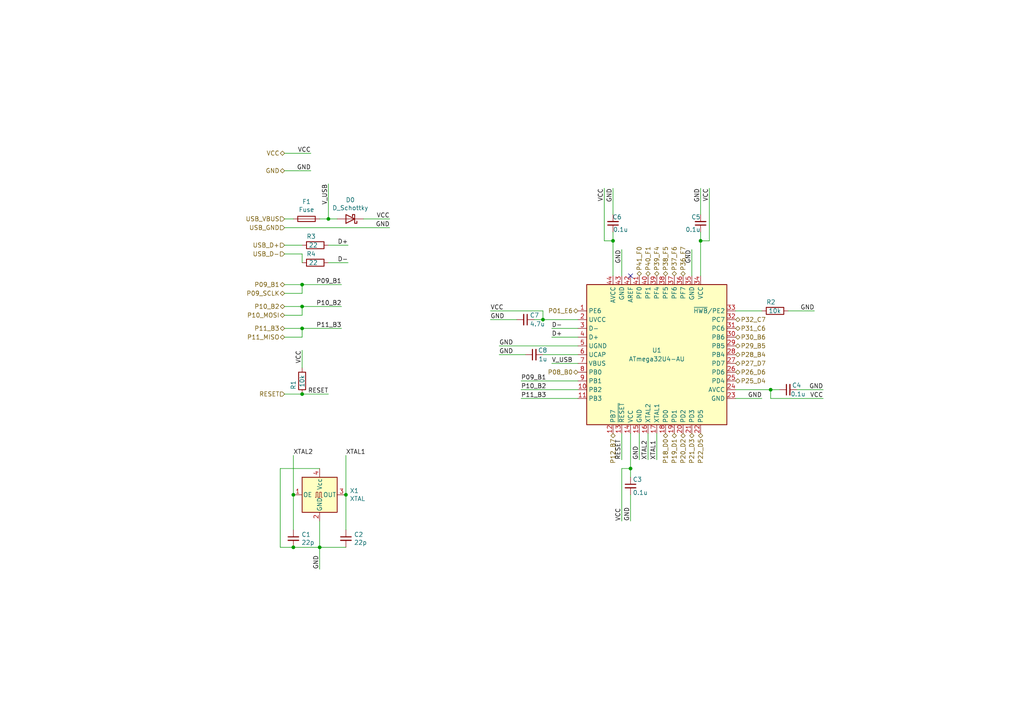
<source format=kicad_sch>
(kicad_sch (version 20211123) (generator eeschema)

  (uuid 2f424da3-8fae-4941-bc6d-20044787372f)

  (paper "A4")

  (title_block
    (title "YUIOP60HH/Controller")
    (date "2021-04-22")
    (rev "4")
    (company "KaoriYa")
  )

  (lib_symbols
    (symbol "Device:C_Small" (pin_numbers hide) (pin_names (offset 0.254) hide) (in_bom yes) (on_board yes)
      (property "Reference" "C" (id 0) (at 0.254 1.778 0)
        (effects (font (size 1.27 1.27)) (justify left))
      )
      (property "Value" "C_Small" (id 1) (at 0.254 -2.032 0)
        (effects (font (size 1.27 1.27)) (justify left))
      )
      (property "Footprint" "" (id 2) (at 0 0 0)
        (effects (font (size 1.27 1.27)) hide)
      )
      (property "Datasheet" "~" (id 3) (at 0 0 0)
        (effects (font (size 1.27 1.27)) hide)
      )
      (property "ki_keywords" "capacitor cap" (id 4) (at 0 0 0)
        (effects (font (size 1.27 1.27)) hide)
      )
      (property "ki_description" "Unpolarized capacitor, small symbol" (id 5) (at 0 0 0)
        (effects (font (size 1.27 1.27)) hide)
      )
      (property "ki_fp_filters" "C_*" (id 6) (at 0 0 0)
        (effects (font (size 1.27 1.27)) hide)
      )
      (symbol "C_Small_0_1"
        (polyline
          (pts
            (xy -1.524 -0.508)
            (xy 1.524 -0.508)
          )
          (stroke (width 0.3302) (type default) (color 0 0 0 0))
          (fill (type none))
        )
        (polyline
          (pts
            (xy -1.524 0.508)
            (xy 1.524 0.508)
          )
          (stroke (width 0.3048) (type default) (color 0 0 0 0))
          (fill (type none))
        )
      )
      (symbol "C_Small_1_1"
        (pin passive line (at 0 2.54 270) (length 2.032)
          (name "~" (effects (font (size 1.27 1.27))))
          (number "1" (effects (font (size 1.27 1.27))))
        )
        (pin passive line (at 0 -2.54 90) (length 2.032)
          (name "~" (effects (font (size 1.27 1.27))))
          (number "2" (effects (font (size 1.27 1.27))))
        )
      )
    )
    (symbol "Device:D_Schottky" (pin_numbers hide) (pin_names (offset 1.016) hide) (in_bom yes) (on_board yes)
      (property "Reference" "D" (id 0) (at 0 2.54 0)
        (effects (font (size 1.27 1.27)))
      )
      (property "Value" "D_Schottky" (id 1) (at 0 -2.54 0)
        (effects (font (size 1.27 1.27)))
      )
      (property "Footprint" "" (id 2) (at 0 0 0)
        (effects (font (size 1.27 1.27)) hide)
      )
      (property "Datasheet" "~" (id 3) (at 0 0 0)
        (effects (font (size 1.27 1.27)) hide)
      )
      (property "ki_keywords" "diode Schottky" (id 4) (at 0 0 0)
        (effects (font (size 1.27 1.27)) hide)
      )
      (property "ki_description" "Schottky diode" (id 5) (at 0 0 0)
        (effects (font (size 1.27 1.27)) hide)
      )
      (property "ki_fp_filters" "TO-???* *_Diode_* *SingleDiode* D_*" (id 6) (at 0 0 0)
        (effects (font (size 1.27 1.27)) hide)
      )
      (symbol "D_Schottky_0_1"
        (polyline
          (pts
            (xy 1.27 0)
            (xy -1.27 0)
          )
          (stroke (width 0) (type default) (color 0 0 0 0))
          (fill (type none))
        )
        (polyline
          (pts
            (xy 1.27 1.27)
            (xy 1.27 -1.27)
            (xy -1.27 0)
            (xy 1.27 1.27)
          )
          (stroke (width 0.254) (type default) (color 0 0 0 0))
          (fill (type none))
        )
        (polyline
          (pts
            (xy -1.905 0.635)
            (xy -1.905 1.27)
            (xy -1.27 1.27)
            (xy -1.27 -1.27)
            (xy -0.635 -1.27)
            (xy -0.635 -0.635)
          )
          (stroke (width 0.254) (type default) (color 0 0 0 0))
          (fill (type none))
        )
      )
      (symbol "D_Schottky_1_1"
        (pin passive line (at -3.81 0 0) (length 2.54)
          (name "K" (effects (font (size 1.27 1.27))))
          (number "1" (effects (font (size 1.27 1.27))))
        )
        (pin passive line (at 3.81 0 180) (length 2.54)
          (name "A" (effects (font (size 1.27 1.27))))
          (number "2" (effects (font (size 1.27 1.27))))
        )
      )
    )
    (symbol "Device:Fuse" (pin_numbers hide) (pin_names (offset 0)) (in_bom yes) (on_board yes)
      (property "Reference" "F" (id 0) (at 2.032 0 90)
        (effects (font (size 1.27 1.27)))
      )
      (property "Value" "Fuse" (id 1) (at -1.905 0 90)
        (effects (font (size 1.27 1.27)))
      )
      (property "Footprint" "" (id 2) (at -1.778 0 90)
        (effects (font (size 1.27 1.27)) hide)
      )
      (property "Datasheet" "~" (id 3) (at 0 0 0)
        (effects (font (size 1.27 1.27)) hide)
      )
      (property "ki_keywords" "fuse" (id 4) (at 0 0 0)
        (effects (font (size 1.27 1.27)) hide)
      )
      (property "ki_description" "Fuse" (id 5) (at 0 0 0)
        (effects (font (size 1.27 1.27)) hide)
      )
      (property "ki_fp_filters" "*Fuse*" (id 6) (at 0 0 0)
        (effects (font (size 1.27 1.27)) hide)
      )
      (symbol "Fuse_0_1"
        (rectangle (start -0.762 -2.54) (end 0.762 2.54)
          (stroke (width 0.254) (type default) (color 0 0 0 0))
          (fill (type none))
        )
        (polyline
          (pts
            (xy 0 2.54)
            (xy 0 -2.54)
          )
          (stroke (width 0) (type default) (color 0 0 0 0))
          (fill (type none))
        )
      )
      (symbol "Fuse_1_1"
        (pin passive line (at 0 3.81 270) (length 1.27)
          (name "~" (effects (font (size 1.27 1.27))))
          (number "1" (effects (font (size 1.27 1.27))))
        )
        (pin passive line (at 0 -3.81 90) (length 1.27)
          (name "~" (effects (font (size 1.27 1.27))))
          (number "2" (effects (font (size 1.27 1.27))))
        )
      )
    )
    (symbol "Device:R" (pin_numbers hide) (pin_names (offset 0)) (in_bom yes) (on_board yes)
      (property "Reference" "R" (id 0) (at 2.032 0 90)
        (effects (font (size 1.27 1.27)))
      )
      (property "Value" "R" (id 1) (at 0 0 90)
        (effects (font (size 1.27 1.27)))
      )
      (property "Footprint" "" (id 2) (at -1.778 0 90)
        (effects (font (size 1.27 1.27)) hide)
      )
      (property "Datasheet" "~" (id 3) (at 0 0 0)
        (effects (font (size 1.27 1.27)) hide)
      )
      (property "ki_keywords" "R res resistor" (id 4) (at 0 0 0)
        (effects (font (size 1.27 1.27)) hide)
      )
      (property "ki_description" "Resistor" (id 5) (at 0 0 0)
        (effects (font (size 1.27 1.27)) hide)
      )
      (property "ki_fp_filters" "R_*" (id 6) (at 0 0 0)
        (effects (font (size 1.27 1.27)) hide)
      )
      (symbol "R_0_1"
        (rectangle (start -1.016 -2.54) (end 1.016 2.54)
          (stroke (width 0.254) (type default) (color 0 0 0 0))
          (fill (type none))
        )
      )
      (symbol "R_1_1"
        (pin passive line (at 0 3.81 270) (length 1.27)
          (name "~" (effects (font (size 1.27 1.27))))
          (number "1" (effects (font (size 1.27 1.27))))
        )
        (pin passive line (at 0 -3.81 90) (length 1.27)
          (name "~" (effects (font (size 1.27 1.27))))
          (number "2" (effects (font (size 1.27 1.27))))
        )
      )
    )
    (symbol "Oscillator:SG-8002CE" (pin_names (offset 0.254)) (in_bom yes) (on_board yes)
      (property "Reference" "X" (id 0) (at -5.08 6.35 0)
        (effects (font (size 1.27 1.27)) (justify left))
      )
      (property "Value" "SG-8002CE" (id 1) (at 1.27 -6.35 0)
        (effects (font (size 1.27 1.27)) (justify left))
      )
      (property "Footprint" "Oscillator:Oscillator_SMD_SeikoEpson_SG8002CE-4Pin_3.2x2.5mm" (id 2) (at 17.78 -8.89 0)
        (effects (font (size 1.27 1.27)) hide)
      )
      (property "Datasheet" "https://support.epson.biz/td/api/doc_check.php?mode=dl&lang=en&Parts=SG-8002DC" (id 3) (at -2.54 0 0)
        (effects (font (size 1.27 1.27)) hide)
      )
      (property "ki_keywords" "Crystal Clock Oscillator" (id 4) (at 0 0 0)
        (effects (font (size 1.27 1.27)) hide)
      )
      (property "ki_description" "CMOS Clock Oscillator" (id 5) (at 0 0 0)
        (effects (font (size 1.27 1.27)) hide)
      )
      (property "ki_fp_filters" "Oscillator*SMD*SeikoEpson*SG8002CE*3.2x2.5mm*" (id 6) (at 0 0 0)
        (effects (font (size 1.27 1.27)) hide)
      )
      (symbol "SG-8002CE_0_1"
        (rectangle (start -5.08 5.08) (end 5.08 -5.08)
          (stroke (width 0.254) (type default) (color 0 0 0 0))
          (fill (type background))
        )
        (polyline
          (pts
            (xy -1.27 -0.762)
            (xy -1.016 -0.762)
            (xy -1.016 0.762)
            (xy -0.508 0.762)
            (xy -0.508 -0.762)
            (xy 0 -0.762)
            (xy 0 0.762)
            (xy 0.508 0.762)
            (xy 0.508 -0.762)
            (xy 0.762 -0.762)
          )
          (stroke (width 0) (type default) (color 0 0 0 0))
          (fill (type none))
        )
      )
      (symbol "SG-8002CE_1_1"
        (pin input line (at -7.62 0 0) (length 2.54)
          (name "OE" (effects (font (size 1.27 1.27))))
          (number "1" (effects (font (size 1.27 1.27))))
        )
        (pin power_in line (at 0 -7.62 90) (length 2.54)
          (name "GND" (effects (font (size 1.27 1.27))))
          (number "2" (effects (font (size 1.27 1.27))))
        )
        (pin output line (at 7.62 0 180) (length 2.54)
          (name "OUT" (effects (font (size 1.27 1.27))))
          (number "3" (effects (font (size 1.27 1.27))))
        )
        (pin power_in line (at 0 7.62 270) (length 2.54)
          (name "Vcc" (effects (font (size 1.27 1.27))))
          (number "4" (effects (font (size 1.27 1.27))))
        )
      )
    )
    (symbol "yuiop:ATmega32U4-AU" (in_bom yes) (on_board yes)
      (property "Reference" "U?" (id 0) (at 0 2.54 0)
        (effects (font (size 1.27 1.27)) (justify bottom))
      )
      (property "Value" "ATmega32U4-AU" (id 1) (at 0 -2.54 0)
        (effects (font (size 1.27 1.27)) (justify top))
      )
      (property "Footprint" "Package_QFP:TQFP-44_10x10mm_P0.8mm" (id 2) (at 0 0 0)
        (effects (font (size 1.27 1.27) italic) hide)
      )
      (property "Datasheet" "http://ww1.microchip.com/downloads/en/DeviceDoc/Atmel-7766-8-bit-AVR-ATmega16U4-32U4_Datasheet.pdf" (id 3) (at 0 0 0)
        (effects (font (size 1.27 1.27)) hide)
      )
      (property "ki_keywords" "AVR 8bit Microcontroller MegaAVR USB" (id 4) (at 0 0 0)
        (effects (font (size 1.27 1.27)) hide)
      )
      (property "ki_description" "16MHz, 16kB Flash, 1.25kB SRAM, 512B EEPROM, USB 2.0, TQFP-44" (id 5) (at 0 0 0)
        (effects (font (size 1.27 1.27)) hide)
      )
      (property "ki_fp_filters" "TQFP*10x10mm*P0.8mm*" (id 6) (at 0 0 0)
        (effects (font (size 1.27 1.27)) hide)
      )
      (symbol "ATmega32U4-AU_0_1"
        (rectangle (start -20.32 -20.32) (end 20.32 20.32)
          (stroke (width 0.254) (type default) (color 0 0 0 0))
          (fill (type background))
        )
      )
      (symbol "ATmega32U4-AU_1_1"
        (pin bidirectional line (at -22.86 12.7 0) (length 2.54)
          (name "PE6" (effects (font (size 1.27 1.27))))
          (number "1" (effects (font (size 1.27 1.27))))
        )
        (pin bidirectional line (at -22.86 -10.16 0) (length 2.54)
          (name "PB2" (effects (font (size 1.27 1.27))))
          (number "10" (effects (font (size 1.27 1.27))))
        )
        (pin bidirectional line (at -22.86 -12.7 0) (length 2.54)
          (name "PB3" (effects (font (size 1.27 1.27))))
          (number "11" (effects (font (size 1.27 1.27))))
        )
        (pin bidirectional line (at -12.7 -22.86 90) (length 2.54)
          (name "PB7" (effects (font (size 1.27 1.27))))
          (number "12" (effects (font (size 1.27 1.27))))
        )
        (pin input line (at -10.16 -22.86 90) (length 2.54)
          (name "~{RESET}" (effects (font (size 1.27 1.27))))
          (number "13" (effects (font (size 1.27 1.27))))
        )
        (pin power_in line (at -7.62 -22.86 90) (length 2.54)
          (name "VCC" (effects (font (size 1.27 1.27))))
          (number "14" (effects (font (size 1.27 1.27))))
        )
        (pin power_in line (at -5.08 -22.86 90) (length 2.54)
          (name "GND" (effects (font (size 1.27 1.27))))
          (number "15" (effects (font (size 1.27 1.27))))
        )
        (pin output line (at -2.54 -22.86 90) (length 2.54)
          (name "XTAL2" (effects (font (size 1.27 1.27))))
          (number "16" (effects (font (size 1.27 1.27))))
        )
        (pin input line (at 0 -22.86 90) (length 2.54)
          (name "XTAL1" (effects (font (size 1.27 1.27))))
          (number "17" (effects (font (size 1.27 1.27))))
        )
        (pin bidirectional line (at 2.54 -22.86 90) (length 2.54)
          (name "PD0" (effects (font (size 1.27 1.27))))
          (number "18" (effects (font (size 1.27 1.27))))
        )
        (pin bidirectional line (at 5.08 -22.86 90) (length 2.54)
          (name "PD1" (effects (font (size 1.27 1.27))))
          (number "19" (effects (font (size 1.27 1.27))))
        )
        (pin power_in line (at -22.86 10.16 0) (length 2.54)
          (name "UVCC" (effects (font (size 1.27 1.27))))
          (number "2" (effects (font (size 1.27 1.27))))
        )
        (pin bidirectional line (at 7.62 -22.86 90) (length 2.54)
          (name "PD2" (effects (font (size 1.27 1.27))))
          (number "20" (effects (font (size 1.27 1.27))))
        )
        (pin bidirectional line (at 10.16 -22.86 90) (length 2.54)
          (name "PD3" (effects (font (size 1.27 1.27))))
          (number "21" (effects (font (size 1.27 1.27))))
        )
        (pin bidirectional line (at 12.7 -22.86 90) (length 2.54)
          (name "PD5" (effects (font (size 1.27 1.27))))
          (number "22" (effects (font (size 1.27 1.27))))
        )
        (pin power_in line (at 22.86 -12.7 180) (length 2.54)
          (name "GND" (effects (font (size 1.27 1.27))))
          (number "23" (effects (font (size 1.27 1.27))))
        )
        (pin power_in line (at 22.86 -10.16 180) (length 2.54)
          (name "AVCC" (effects (font (size 1.27 1.27))))
          (number "24" (effects (font (size 1.27 1.27))))
        )
        (pin bidirectional line (at 22.86 -7.62 180) (length 2.54)
          (name "PD4" (effects (font (size 1.27 1.27))))
          (number "25" (effects (font (size 1.27 1.27))))
        )
        (pin bidirectional line (at 22.86 -5.08 180) (length 2.54)
          (name "PD6" (effects (font (size 1.27 1.27))))
          (number "26" (effects (font (size 1.27 1.27))))
        )
        (pin bidirectional line (at 22.86 -2.54 180) (length 2.54)
          (name "PD7" (effects (font (size 1.27 1.27))))
          (number "27" (effects (font (size 1.27 1.27))))
        )
        (pin bidirectional line (at 22.86 0 180) (length 2.54)
          (name "PB4" (effects (font (size 1.27 1.27))))
          (number "28" (effects (font (size 1.27 1.27))))
        )
        (pin bidirectional line (at 22.86 2.54 180) (length 2.54)
          (name "PB5" (effects (font (size 1.27 1.27))))
          (number "29" (effects (font (size 1.27 1.27))))
        )
        (pin bidirectional line (at -22.86 7.62 0) (length 2.54)
          (name "D-" (effects (font (size 1.27 1.27))))
          (number "3" (effects (font (size 1.27 1.27))))
        )
        (pin bidirectional line (at 22.86 5.08 180) (length 2.54)
          (name "PB6" (effects (font (size 1.27 1.27))))
          (number "30" (effects (font (size 1.27 1.27))))
        )
        (pin bidirectional line (at 22.86 7.62 180) (length 2.54)
          (name "PC6" (effects (font (size 1.27 1.27))))
          (number "31" (effects (font (size 1.27 1.27))))
        )
        (pin bidirectional line (at 22.86 10.16 180) (length 2.54)
          (name "PC7" (effects (font (size 1.27 1.27))))
          (number "32" (effects (font (size 1.27 1.27))))
        )
        (pin bidirectional line (at 22.86 12.7 180) (length 2.54)
          (name "~{HWB}/PE2" (effects (font (size 1.27 1.27))))
          (number "33" (effects (font (size 1.27 1.27))))
        )
        (pin power_in line (at 12.7 22.86 270) (length 2.54)
          (name "VCC" (effects (font (size 1.27 1.27))))
          (number "34" (effects (font (size 1.27 1.27))))
        )
        (pin power_in line (at 10.16 22.86 270) (length 2.54)
          (name "GND" (effects (font (size 1.27 1.27))))
          (number "35" (effects (font (size 1.27 1.27))))
        )
        (pin bidirectional line (at 7.62 22.86 270) (length 2.54)
          (name "PF7" (effects (font (size 1.27 1.27))))
          (number "36" (effects (font (size 1.27 1.27))))
        )
        (pin bidirectional line (at 5.08 22.86 270) (length 2.54)
          (name "PF6" (effects (font (size 1.27 1.27))))
          (number "37" (effects (font (size 1.27 1.27))))
        )
        (pin bidirectional line (at 2.54 22.86 270) (length 2.54)
          (name "PF5" (effects (font (size 1.27 1.27))))
          (number "38" (effects (font (size 1.27 1.27))))
        )
        (pin bidirectional line (at 0 22.86 270) (length 2.54)
          (name "PF4" (effects (font (size 1.27 1.27))))
          (number "39" (effects (font (size 1.27 1.27))))
        )
        (pin bidirectional line (at -22.86 5.08 0) (length 2.54)
          (name "D+" (effects (font (size 1.27 1.27))))
          (number "4" (effects (font (size 1.27 1.27))))
        )
        (pin bidirectional line (at -2.54 22.86 270) (length 2.54)
          (name "PF1" (effects (font (size 1.27 1.27))))
          (number "40" (effects (font (size 1.27 1.27))))
        )
        (pin bidirectional line (at -5.08 22.86 270) (length 2.54)
          (name "PF0" (effects (font (size 1.27 1.27))))
          (number "41" (effects (font (size 1.27 1.27))))
        )
        (pin passive line (at -7.62 22.86 270) (length 2.54)
          (name "AREF" (effects (font (size 1.27 1.27))))
          (number "42" (effects (font (size 1.27 1.27))))
        )
        (pin power_in line (at -10.16 22.86 270) (length 2.54)
          (name "GND" (effects (font (size 1.27 1.27))))
          (number "43" (effects (font (size 1.27 1.27))))
        )
        (pin power_in line (at -12.7 22.86 270) (length 2.54)
          (name "AVCC" (effects (font (size 1.27 1.27))))
          (number "44" (effects (font (size 1.27 1.27))))
        )
        (pin passive line (at -22.86 2.54 0) (length 2.54)
          (name "UGND" (effects (font (size 1.27 1.27))))
          (number "5" (effects (font (size 1.27 1.27))))
        )
        (pin passive line (at -22.86 0 0) (length 2.54)
          (name "UCAP" (effects (font (size 1.27 1.27))))
          (number "6" (effects (font (size 1.27 1.27))))
        )
        (pin input line (at -22.86 -2.54 0) (length 2.54)
          (name "VBUS" (effects (font (size 1.27 1.27))))
          (number "7" (effects (font (size 1.27 1.27))))
        )
        (pin bidirectional line (at -22.86 -5.08 0) (length 2.54)
          (name "PB0" (effects (font (size 1.27 1.27))))
          (number "8" (effects (font (size 1.27 1.27))))
        )
        (pin bidirectional line (at -22.86 -7.62 0) (length 2.54)
          (name "PB1" (effects (font (size 1.27 1.27))))
          (number "9" (effects (font (size 1.27 1.27))))
        )
      )
    )
  )

  (junction (at 87.63 114.3) (diameter 0) (color 0 0 0 0)
    (uuid 000b46d6-b833-4804-8f56-56d539f76d09)
  )
  (junction (at 203.2 69.85) (diameter 0) (color 0 0 0 0)
    (uuid 08ec951f-e7eb-41cf-9589-697107a98e88)
  )
  (junction (at 92.71 158.75) (diameter 0) (color 0 0 0 0)
    (uuid 17ff35b3-d658-499b-9a46-ea36063fed4e)
  )
  (junction (at 177.8 69.85) (diameter 0) (color 0 0 0 0)
    (uuid 1a22eb2d-f625-4371-a918-ff1b97dc8219)
  )
  (junction (at 85.09 158.75) (diameter 0) (color 0 0 0 0)
    (uuid 26bc8641-9bca-4204-9709-deedbe202a36)
  )
  (junction (at 182.88 135.89) (diameter 0) (color 0 0 0 0)
    (uuid 456c5e47-d71e-4708-b061-1e61634d8648)
  )
  (junction (at 95.25 63.5) (diameter 0) (color 0 0 0 0)
    (uuid 4bbde53d-6894-4e18-9480-84a6a26d5f6b)
  )
  (junction (at 223.52 113.03) (diameter 0) (color 0 0 0 0)
    (uuid 560d05a7-84e4-403a-80d1-f287a4032b8a)
  )
  (junction (at 100.33 143.51) (diameter 0) (color 0 0 0 0)
    (uuid 8aff0f38-92a8-45ec-b106-b185e93ca3fd)
  )
  (junction (at 87.63 95.25) (diameter 0) (color 0 0 0 0)
    (uuid 8b3ba7fc-20b6-43c4-a020-80151e1caecc)
  )
  (junction (at 157.48 92.71) (diameter 0) (color 0 0 0 0)
    (uuid a3fab380-991d-404b-95d5-1c209b047b6e)
  )
  (junction (at 87.63 82.55) (diameter 0) (color 0 0 0 0)
    (uuid b1ba92d5-0d41-4be9-b483-47d08dc1785d)
  )
  (junction (at 87.63 88.9) (diameter 0) (color 0 0 0 0)
    (uuid b8c8c7a1-d546-4878-9de9-463ec76dff98)
  )
  (junction (at 85.09 143.51) (diameter 0) (color 0 0 0 0)
    (uuid ef4533db-6ea4-4b68-b436-8e9575be570d)
  )

  (no_connect (at 182.88 80.01) (uuid d767f2ff-12ec-4778-96cb-3fdd7a473d60))

  (wire (pts (xy 177.8 69.85) (xy 175.26 69.85))
    (stroke (width 0) (type default) (color 0 0 0 0))
    (uuid 06665bf8-cef1-4e75-8d5b-1537b3c1b090)
  )
  (wire (pts (xy 205.74 54.61) (xy 205.74 69.85))
    (stroke (width 0) (type default) (color 0 0 0 0))
    (uuid 09bbea88-8bd7-48ec-baae-1b4a9a11a40e)
  )
  (wire (pts (xy 238.76 115.57) (xy 223.52 115.57))
    (stroke (width 0) (type default) (color 0 0 0 0))
    (uuid 0e32af77-726b-4e11-9f99-2e2484ba9e9b)
  )
  (wire (pts (xy 205.74 69.85) (xy 203.2 69.85))
    (stroke (width 0) (type default) (color 0 0 0 0))
    (uuid 0fb27e11-fde6-4a25-adbb-e9684771b369)
  )
  (wire (pts (xy 85.09 132.08) (xy 85.09 143.51))
    (stroke (width 0) (type default) (color 0 0 0 0))
    (uuid 1317ff66-8ecf-46c9-9612-8d2eae03c537)
  )
  (wire (pts (xy 223.52 115.57) (xy 223.52 113.03))
    (stroke (width 0) (type default) (color 0 0 0 0))
    (uuid 152cd84e-bbed-4df5-a866-d1ab977b0966)
  )
  (wire (pts (xy 182.88 135.89) (xy 182.88 138.43))
    (stroke (width 0) (type default) (color 0 0 0 0))
    (uuid 162e5bdd-61a8-46a3-8485-826b5d58e1a1)
  )
  (wire (pts (xy 151.13 113.03) (xy 167.64 113.03))
    (stroke (width 0) (type default) (color 0 0 0 0))
    (uuid 165f4d8d-26a9-4cf2-a8d6-9936cd983be4)
  )
  (wire (pts (xy 187.96 125.73) (xy 187.96 133.35))
    (stroke (width 0) (type default) (color 0 0 0 0))
    (uuid 1bf7d0f9-0dcf-4d7c-b58c-318e3dc42bc9)
  )
  (wire (pts (xy 213.36 115.57) (xy 220.98 115.57))
    (stroke (width 0) (type default) (color 0 0 0 0))
    (uuid 1de61170-5337-44c5-ba28-bd477db4bff1)
  )
  (wire (pts (xy 154.94 92.71) (xy 157.48 92.71))
    (stroke (width 0) (type default) (color 0 0 0 0))
    (uuid 2102c637-9f11-48f1-aae6-b4139dc22be2)
  )
  (wire (pts (xy 180.34 125.73) (xy 180.34 133.35))
    (stroke (width 0) (type default) (color 0 0 0 0))
    (uuid 247ebffd-2cb6-4379-ba6e-21861fea3913)
  )
  (wire (pts (xy 90.17 44.45) (xy 82.55 44.45))
    (stroke (width 0) (type default) (color 0 0 0 0))
    (uuid 25c663ff-96b6-4263-a06e-d1829409cf73)
  )
  (wire (pts (xy 157.48 90.17) (xy 157.48 92.71))
    (stroke (width 0) (type default) (color 0 0 0 0))
    (uuid 272c2a78-b5f5-4b61-aed3-ec69e0e92729)
  )
  (wire (pts (xy 82.55 73.66) (xy 87.63 73.66))
    (stroke (width 0) (type default) (color 0 0 0 0))
    (uuid 29126f72-63f7-4275-8b12-6b96a71c6f17)
  )
  (wire (pts (xy 223.52 113.03) (xy 226.06 113.03))
    (stroke (width 0) (type default) (color 0 0 0 0))
    (uuid 2a4111b7-8149-4814-9344-3b8119cd75e4)
  )
  (wire (pts (xy 182.88 125.73) (xy 182.88 135.89))
    (stroke (width 0) (type default) (color 0 0 0 0))
    (uuid 2b25e886-ded1-450a-ada1-ece4208052e4)
  )
  (wire (pts (xy 82.55 71.12) (xy 87.63 71.12))
    (stroke (width 0) (type default) (color 0 0 0 0))
    (uuid 2ea8fa6f-efc3-40fe-bcf9-05bfa46ead4f)
  )
  (wire (pts (xy 231.14 113.03) (xy 238.76 113.03))
    (stroke (width 0) (type default) (color 0 0 0 0))
    (uuid 2ee28fa9-d785-45a1-9a1b-1be02ad8cd0b)
  )
  (wire (pts (xy 203.2 69.85) (xy 203.2 67.31))
    (stroke (width 0) (type default) (color 0 0 0 0))
    (uuid 2eea20e6-112c-411a-b615-885ae773135a)
  )
  (wire (pts (xy 82.55 49.53) (xy 90.17 49.53))
    (stroke (width 0) (type default) (color 0 0 0 0))
    (uuid 34ce7009-187e-4541-a14e-708b3a2903d9)
  )
  (wire (pts (xy 200.66 80.01) (xy 200.66 72.39))
    (stroke (width 0) (type default) (color 0 0 0 0))
    (uuid 35fb7c56-dc85-43f7-b954-81b8040a8500)
  )
  (wire (pts (xy 100.33 158.75) (xy 92.71 158.75))
    (stroke (width 0) (type default) (color 0 0 0 0))
    (uuid 3993c707-5291-41b6-83c0-d1c09cb3833a)
  )
  (wire (pts (xy 105.41 63.5) (xy 113.03 63.5))
    (stroke (width 0) (type default) (color 0 0 0 0))
    (uuid 3bbbbb7d-391c-4fee-ac81-3c47878edc38)
  )
  (wire (pts (xy 142.24 90.17) (xy 157.48 90.17))
    (stroke (width 0) (type default) (color 0 0 0 0))
    (uuid 3f2a6679-91d7-4b6c-bf5c-c4d5abb2bc44)
  )
  (wire (pts (xy 203.2 80.01) (xy 203.2 69.85))
    (stroke (width 0) (type default) (color 0 0 0 0))
    (uuid 41c18011-40db-4384-9ba4-c0158d0d9d6a)
  )
  (wire (pts (xy 100.965 71.12) (xy 95.25 71.12))
    (stroke (width 0) (type default) (color 0 0 0 0))
    (uuid 4641c87c-bffa-41fe-ae77-be3a97a6f797)
  )
  (wire (pts (xy 87.63 101.6) (xy 87.63 106.68))
    (stroke (width 0) (type default) (color 0 0 0 0))
    (uuid 49b5f540-e128-4e08-bb09-f321f8e64056)
  )
  (wire (pts (xy 95.25 76.2) (xy 100.965 76.2))
    (stroke (width 0) (type default) (color 0 0 0 0))
    (uuid 4cc0e615-05a0-4f42-a208-4011ba8ef841)
  )
  (wire (pts (xy 213.36 90.17) (xy 220.98 90.17))
    (stroke (width 0) (type default) (color 0 0 0 0))
    (uuid 4ce9470f-5633-41bf-89ac-74a810939893)
  )
  (wire (pts (xy 185.42 133.35) (xy 185.42 125.73))
    (stroke (width 0) (type default) (color 0 0 0 0))
    (uuid 5576cd03-3bad-40c5-9316-1d286895d52a)
  )
  (wire (pts (xy 203.2 62.23) (xy 203.2 54.61))
    (stroke (width 0) (type default) (color 0 0 0 0))
    (uuid 56d2bc5d-fd72-4542-ab0f-053a5fd60efa)
  )
  (wire (pts (xy 160.02 95.25) (xy 167.64 95.25))
    (stroke (width 0) (type default) (color 0 0 0 0))
    (uuid 58390862-1833-41dd-9c4e-98073ea0da33)
  )
  (wire (pts (xy 99.06 88.9) (xy 87.63 88.9))
    (stroke (width 0) (type default) (color 0 0 0 0))
    (uuid 59f60168-cced-43c9-aaa5-41a1a8a2f631)
  )
  (wire (pts (xy 92.71 158.75) (xy 92.71 165.1))
    (stroke (width 0) (type default) (color 0 0 0 0))
    (uuid 6150c02b-beb5-4af1-951e-3666a285a6ea)
  )
  (wire (pts (xy 177.8 67.31) (xy 177.8 69.85))
    (stroke (width 0) (type default) (color 0 0 0 0))
    (uuid 6ff9bb63-d6fd-4e32-bb60-7ac65509c2e9)
  )
  (wire (pts (xy 157.48 92.71) (xy 167.64 92.71))
    (stroke (width 0) (type default) (color 0 0 0 0))
    (uuid 7273dd21-e834-41d3-b279-d7de727709ca)
  )
  (wire (pts (xy 87.63 88.9) (xy 82.55 88.9))
    (stroke (width 0) (type default) (color 0 0 0 0))
    (uuid 82204892-ec79-4d38-a593-52fb9a9b4b87)
  )
  (wire (pts (xy 152.4 102.87) (xy 144.78 102.87))
    (stroke (width 0) (type default) (color 0 0 0 0))
    (uuid 83184391-76ed-44f0-8cd0-01f89f157bdb)
  )
  (wire (pts (xy 85.09 143.51) (xy 85.09 153.67))
    (stroke (width 0) (type default) (color 0 0 0 0))
    (uuid 851f3d61-ba3b-4e6e-abd4-cafa4d9b64cb)
  )
  (wire (pts (xy 81.28 135.89) (xy 81.28 158.75))
    (stroke (width 0) (type default) (color 0 0 0 0))
    (uuid 89a3dae6-dcb5-435b-a383-656b6a19a316)
  )
  (wire (pts (xy 213.36 113.03) (xy 223.52 113.03))
    (stroke (width 0) (type default) (color 0 0 0 0))
    (uuid 8a427111-6480-4b0c-b097-d8b6a0ee1819)
  )
  (wire (pts (xy 87.63 82.55) (xy 87.63 85.09))
    (stroke (width 0) (type default) (color 0 0 0 0))
    (uuid 8b963561-586b-4575-b721-87e7914602c6)
  )
  (wire (pts (xy 151.13 115.57) (xy 167.64 115.57))
    (stroke (width 0) (type default) (color 0 0 0 0))
    (uuid 8e697b96-cf4c-43ef-b321-8c2422b088bf)
  )
  (wire (pts (xy 167.64 97.79) (xy 160.02 97.79))
    (stroke (width 0) (type default) (color 0 0 0 0))
    (uuid 9208ea78-8dde-4b3d-91e9-5755ab5efd9a)
  )
  (wire (pts (xy 151.13 110.49) (xy 167.64 110.49))
    (stroke (width 0) (type default) (color 0 0 0 0))
    (uuid 92a23ed4-a5ea-4cea-bc33-0a83191a0d32)
  )
  (wire (pts (xy 160.02 105.41) (xy 167.64 105.41))
    (stroke (width 0) (type default) (color 0 0 0 0))
    (uuid 94d24676-7ae3-483c-8bd6-88d31adf00b4)
  )
  (wire (pts (xy 157.48 102.87) (xy 167.64 102.87))
    (stroke (width 0) (type default) (color 0 0 0 0))
    (uuid 966ee9ec-860e-45bb-af89-30bda72b2032)
  )
  (wire (pts (xy 144.78 100.33) (xy 167.64 100.33))
    (stroke (width 0) (type default) (color 0 0 0 0))
    (uuid 96ef76a5-90c3-4767-98ba-2b61887e28d3)
  )
  (wire (pts (xy 87.63 73.66) (xy 87.63 76.2))
    (stroke (width 0) (type default) (color 0 0 0 0))
    (uuid 9da1ace0-4181-4f12-80f8-16786a9e5c07)
  )
  (wire (pts (xy 177.8 62.23) (xy 177.8 54.61))
    (stroke (width 0) (type default) (color 0 0 0 0))
    (uuid a239fd1d-dfbb-49fd-b565-8c3de9dcf42b)
  )
  (wire (pts (xy 87.63 97.79) (xy 82.55 97.79))
    (stroke (width 0) (type default) (color 0 0 0 0))
    (uuid a2a0f5cc-b5aa-4e3e-8d85-23bdc2f59aec)
  )
  (wire (pts (xy 92.71 135.89) (xy 81.28 135.89))
    (stroke (width 0) (type default) (color 0 0 0 0))
    (uuid a917c6d9-225d-4c90-bf25-fe8eff8abd3f)
  )
  (wire (pts (xy 228.6 90.17) (xy 236.22 90.17))
    (stroke (width 0) (type default) (color 0 0 0 0))
    (uuid aa23bfe3-454b-4a2b-bfe1-101c747eb84e)
  )
  (wire (pts (xy 82.55 63.5) (xy 85.09 63.5))
    (stroke (width 0) (type default) (color 0 0 0 0))
    (uuid aadc3df5-0e2d-4f3d-b72e-6f184da74c89)
  )
  (wire (pts (xy 87.63 91.44) (xy 87.63 88.9))
    (stroke (width 0) (type default) (color 0 0 0 0))
    (uuid ae8bb5ae-95ee-4e2d-8a0c-ae5b6149b4e3)
  )
  (wire (pts (xy 92.71 63.5) (xy 95.25 63.5))
    (stroke (width 0) (type default) (color 0 0 0 0))
    (uuid af76ce95-feca-41fb-bf31-edaa26d6766a)
  )
  (wire (pts (xy 180.34 80.01) (xy 180.34 72.39))
    (stroke (width 0) (type default) (color 0 0 0 0))
    (uuid b456cffc-d9d7-4c91-91f2-36ec9a65dd1b)
  )
  (wire (pts (xy 81.28 158.75) (xy 85.09 158.75))
    (stroke (width 0) (type default) (color 0 0 0 0))
    (uuid b54cae5b-c17c-4ed7-b249-2e7d5e83609a)
  )
  (wire (pts (xy 87.63 95.25) (xy 87.63 97.79))
    (stroke (width 0) (type default) (color 0 0 0 0))
    (uuid b7c09c15-282b-4731-8942-008851172201)
  )
  (wire (pts (xy 87.63 82.55) (xy 82.55 82.55))
    (stroke (width 0) (type default) (color 0 0 0 0))
    (uuid bf6104a1-a529-4c00-b4ae-92001543f7ec)
  )
  (wire (pts (xy 182.88 143.51) (xy 182.88 151.13))
    (stroke (width 0) (type default) (color 0 0 0 0))
    (uuid c15b2f75-2e10-4b71-bebb-e2b872171b92)
  )
  (wire (pts (xy 149.86 92.71) (xy 142.24 92.71))
    (stroke (width 0) (type default) (color 0 0 0 0))
    (uuid c7cd39db-931a-4d86-96b8-57e6b39f58f9)
  )
  (wire (pts (xy 92.71 151.13) (xy 92.71 158.75))
    (stroke (width 0) (type default) (color 0 0 0 0))
    (uuid ca6e2466-a90a-4dab-be16-b070610e5087)
  )
  (wire (pts (xy 87.63 114.3) (xy 95.25 114.3))
    (stroke (width 0) (type default) (color 0 0 0 0))
    (uuid ceb12634-32ca-4cbf-9ff5-5e8b53ab18ad)
  )
  (wire (pts (xy 100.33 143.51) (xy 100.33 153.67))
    (stroke (width 0) (type default) (color 0 0 0 0))
    (uuid d13b0eae-4711-4325-a6bb-aa8e3646e86e)
  )
  (wire (pts (xy 92.71 158.75) (xy 85.09 158.75))
    (stroke (width 0) (type default) (color 0 0 0 0))
    (uuid d18f2428-546f-4066-8ffb-7653303685db)
  )
  (wire (pts (xy 175.26 54.61) (xy 175.26 69.85))
    (stroke (width 0) (type default) (color 0 0 0 0))
    (uuid d32956af-146b-4a09-a053-d9d64b8dd86d)
  )
  (wire (pts (xy 95.25 63.5) (xy 97.79 63.5))
    (stroke (width 0) (type default) (color 0 0 0 0))
    (uuid d3dd7cdb-b730-487d-804d-99150ba318ef)
  )
  (wire (pts (xy 82.55 66.04) (xy 113.03 66.04))
    (stroke (width 0) (type default) (color 0 0 0 0))
    (uuid d45d1afe-78e6-4045-862c-b274469da903)
  )
  (wire (pts (xy 87.63 85.09) (xy 82.55 85.09))
    (stroke (width 0) (type default) (color 0 0 0 0))
    (uuid da862bae-4511-4bb9-b18d-fa60a2737feb)
  )
  (wire (pts (xy 82.55 114.3) (xy 87.63 114.3))
    (stroke (width 0) (type default) (color 0 0 0 0))
    (uuid dd70858b-2f9a-4b3f-9af5-ead3a9ba57e9)
  )
  (wire (pts (xy 82.55 91.44) (xy 87.63 91.44))
    (stroke (width 0) (type default) (color 0 0 0 0))
    (uuid dec284d9-246c-4619-8dcc-8f4886f9349e)
  )
  (wire (pts (xy 190.5 133.35) (xy 190.5 125.73))
    (stroke (width 0) (type default) (color 0 0 0 0))
    (uuid e45aa7d8-0254-4176-afd9-766820762e19)
  )
  (wire (pts (xy 95.25 53.34) (xy 95.25 63.5))
    (stroke (width 0) (type default) (color 0 0 0 0))
    (uuid f23ac723-a36d-491d-9473-7ec0ffed332d)
  )
  (wire (pts (xy 99.06 82.55) (xy 87.63 82.55))
    (stroke (width 0) (type default) (color 0 0 0 0))
    (uuid f503ea07-bcf1-4924-930a-6f7e9cd312f8)
  )
  (wire (pts (xy 100.33 143.51) (xy 100.33 132.08))
    (stroke (width 0) (type default) (color 0 0 0 0))
    (uuid f5dba25f-5f9b-4770-84f9-c038fb119360)
  )
  (wire (pts (xy 177.8 69.85) (xy 177.8 80.01))
    (stroke (width 0) (type default) (color 0 0 0 0))
    (uuid f674b8e7-203d-419e-988a-58e0f9ae4fad)
  )
  (wire (pts (xy 99.06 95.25) (xy 87.63 95.25))
    (stroke (width 0) (type default) (color 0 0 0 0))
    (uuid f6a3288e-9575-42bb-af05-a920d59aded8)
  )
  (wire (pts (xy 180.34 151.13) (xy 180.34 135.89))
    (stroke (width 0) (type default) (color 0 0 0 0))
    (uuid f6a5c856-f2b5-40eb-a958-b666a0d408a0)
  )
  (wire (pts (xy 87.63 95.25) (xy 82.55 95.25))
    (stroke (width 0) (type default) (color 0 0 0 0))
    (uuid fb0b1440-18be-4b5f-b469-b4cfaf66fc53)
  )
  (wire (pts (xy 180.34 135.89) (xy 182.88 135.89))
    (stroke (width 0) (type default) (color 0 0 0 0))
    (uuid ffa442c7-cbef-461f-8613-c211201cec06)
  )

  (label "VCC" (at 142.24 90.17 0)
    (effects (font (size 1.27 1.27)) (justify left bottom))
    (uuid 0c5dddf1-38df-43d2-b49c-e7b691dab0ab)
  )
  (label "GND" (at 90.17 49.53 180)
    (effects (font (size 1.27 1.27)) (justify right bottom))
    (uuid 0ce1dd44-f307-4f98-9f0d-478fd87daa64)
  )
  (label "GND" (at 142.24 92.71 0)
    (effects (font (size 1.27 1.27)) (justify left bottom))
    (uuid 113ffcdf-4c54-4e37-81dc-f91efa934ba7)
  )
  (label "GND" (at 177.8 54.61 270)
    (effects (font (size 1.27 1.27)) (justify right bottom))
    (uuid 15189cef-9045-423b-b4f6-a763d4e75704)
  )
  (label "XTAL1" (at 100.33 132.08 0)
    (effects (font (size 1.27 1.27)) (justify left bottom))
    (uuid 1755646e-fc08-4e43-a301-d9b3ea704cf6)
  )
  (label "GND" (at 220.98 115.57 180)
    (effects (font (size 1.27 1.27)) (justify right bottom))
    (uuid 1cacb878-9da4-41fc-aa80-018bc841e19a)
  )
  (label "VCC" (at 87.63 101.6 270)
    (effects (font (size 1.27 1.27)) (justify right bottom))
    (uuid 254f7cc6-cee1-44ca-9afe-939b318201aa)
  )
  (label "D-" (at 160.02 95.25 0)
    (effects (font (size 1.27 1.27)) (justify left bottom))
    (uuid 278a91dc-d57d-4a5c-a045-34b6bd84131f)
  )
  (label "VCC" (at 205.74 54.61 270)
    (effects (font (size 1.27 1.27)) (justify right bottom))
    (uuid 4346fe55-f906-453a-b81a-1c013104a598)
  )
  (label "RESET" (at 95.25 114.3 180)
    (effects (font (size 1.27 1.27)) (justify right bottom))
    (uuid 465137b4-f6f7-4d51-9b40-b161947d5cc1)
  )
  (label "GND" (at 92.71 165.1 90)
    (effects (font (size 1.27 1.27)) (justify left bottom))
    (uuid 4a53fa56-d65b-42a4-a4be-8f49c4c015bb)
  )
  (label "GND" (at 200.66 72.39 270)
    (effects (font (size 1.27 1.27)) (justify right bottom))
    (uuid 4e677390-a246-4ca0-954c-746e0870f88f)
  )
  (label "GND" (at 185.42 133.35 90)
    (effects (font (size 1.27 1.27)) (justify left bottom))
    (uuid 51cc007a-3378-4ce3-909c-71e94822f8d1)
  )
  (label "P10_B2" (at 151.13 113.03 0)
    (effects (font (size 1.27 1.27)) (justify left bottom))
    (uuid 58cc7831-f944-4d33-8c61-2fd5bebc61e0)
  )
  (label "VCC" (at 180.34 151.13 90)
    (effects (font (size 1.27 1.27)) (justify left bottom))
    (uuid 62f15a9a-9893-486e-9ad0-ea43f88fc9e7)
  )
  (label "GND" (at 180.34 72.39 270)
    (effects (font (size 1.27 1.27)) (justify right bottom))
    (uuid 637e9edf-ffed-49a2-8408-fa110c9a4c79)
  )
  (label "XTAL1" (at 190.5 133.35 90)
    (effects (font (size 1.27 1.27)) (justify left bottom))
    (uuid 63caf46e-0228-40de-b819-c6bd29dd1711)
  )
  (label "P09_B1" (at 99.06 82.55 180)
    (effects (font (size 1.27 1.27)) (justify right bottom))
    (uuid 645bdbdc-8f65-42ef-a021-2d3e7d74a739)
  )
  (label "VCC" (at 238.76 115.57 180)
    (effects (font (size 1.27 1.27)) (justify right bottom))
    (uuid 66ca01b3-51ff-4294-9b77-4492e98f6aec)
  )
  (label "GND" (at 113.03 66.04 180)
    (effects (font (size 1.27 1.27)) (justify right bottom))
    (uuid 6ae963fb-e34f-4e11-9adf-78839a5b2ef1)
  )
  (label "P10_B2" (at 99.06 88.9 180)
    (effects (font (size 1.27 1.27)) (justify right bottom))
    (uuid 74855e0d-40e4-4940-a544-edae9207b2ea)
  )
  (label "GND" (at 144.78 102.87 0)
    (effects (font (size 1.27 1.27)) (justify left bottom))
    (uuid 755f94aa-38f0-4a64-a7c7-6c71cb18cddf)
  )
  (label "D+" (at 160.02 97.79 0)
    (effects (font (size 1.27 1.27)) (justify left bottom))
    (uuid 98966de3-2364-43d8-a2e0-b03bb9487b03)
  )
  (label "GND" (at 236.22 90.17 180)
    (effects (font (size 1.27 1.27)) (justify right bottom))
    (uuid 9c2999b2-1cf1-4204-9d23-243401b77aa3)
  )
  (label "P11_B3" (at 151.13 115.57 0)
    (effects (font (size 1.27 1.27)) (justify left bottom))
    (uuid 9de304ba-fba7-4896-b969-9d87a3522d74)
  )
  (label "VCC" (at 113.03 63.5 180)
    (effects (font (size 1.27 1.27)) (justify right bottom))
    (uuid 9ed09117-33cf-45a3-85a7-2606522feaf8)
  )
  (label "VCC" (at 175.26 54.61 270)
    (effects (font (size 1.27 1.27)) (justify right bottom))
    (uuid a686ed7c-c2d1-4d29-9d54-727faf9fd6bf)
  )
  (label "XTAL2" (at 187.96 133.35 90)
    (effects (font (size 1.27 1.27)) (justify left bottom))
    (uuid a7fc0812-140f-4d96-9cd8-ead8c1c610b1)
  )
  (label "GND" (at 182.88 151.13 90)
    (effects (font (size 1.27 1.27)) (justify left bottom))
    (uuid b2b363dd-8e47-4a76-a142-e00e28334875)
  )
  (label "V_USB" (at 160.02 105.41 0)
    (effects (font (size 1.27 1.27)) (justify left bottom))
    (uuid c3d5daf8-d359-42b2-a7c2-0d080ba7e212)
  )
  (label "GND" (at 203.2 54.61 270)
    (effects (font (size 1.27 1.27)) (justify right bottom))
    (uuid c512fed3-9770-476b-b048-e781b4f3cd72)
  )
  (label "VCC" (at 90.17 44.45 180)
    (effects (font (size 1.27 1.27)) (justify right bottom))
    (uuid ca56e1ad-54bf-4df5-a4f7-99f5d61d0de9)
  )
  (label "RESET" (at 180.34 133.35 90)
    (effects (font (size 1.27 1.27)) (justify left bottom))
    (uuid d1c19c11-0a13-4237-b6b4-fb2ef1db7c6d)
  )
  (label "P11_B3" (at 99.06 95.25 180)
    (effects (font (size 1.27 1.27)) (justify right bottom))
    (uuid d68dca9b-48b3-498b-9b5f-3b3838250f82)
  )
  (label "D-" (at 100.965 76.2 180)
    (effects (font (size 1.27 1.27)) (justify right bottom))
    (uuid da546d77-4b03-4562-8fc6-837fd68e7691)
  )
  (label "GND" (at 144.78 100.33 0)
    (effects (font (size 1.27 1.27)) (justify left bottom))
    (uuid db6412d3-e6c3-4bdd-abf4-a8f55d56df31)
  )
  (label "V_USB" (at 95.25 53.34 270)
    (effects (font (size 1.27 1.27)) (justify right bottom))
    (uuid e11ae5a5-aa10-4f10-b346-f16e33c7899a)
  )
  (label "D+" (at 100.965 71.12 180)
    (effects (font (size 1.27 1.27)) (justify right bottom))
    (uuid e2fac877-439c-4da0-af2e-5fdc70f85d42)
  )
  (label "P09_B1" (at 151.13 110.49 0)
    (effects (font (size 1.27 1.27)) (justify left bottom))
    (uuid f203116d-f256-4611-a03e-9536bbedaf2f)
  )
  (label "GND" (at 238.76 113.03 180)
    (effects (font (size 1.27 1.27)) (justify right bottom))
    (uuid fb0bf2a0-d317-42f7-b022-b5e05481f6be)
  )
  (label "XTAL2" (at 85.09 132.08 0)
    (effects (font (size 1.27 1.27)) (justify left bottom))
    (uuid fd5f7d77-0f73-4021-88a8-0641f0fe8d98)
  )

  (hierarchical_label "P10_MOSI" (shape bidirectional) (at 82.55 91.44 180)
    (effects (font (size 1.27 1.27)) (justify right))
    (uuid 082aed28-f9e8-49e7-96ee-b5aa9f0319c7)
  )
  (hierarchical_label "P29_B5" (shape bidirectional) (at 213.36 100.33 0)
    (effects (font (size 1.27 1.27)) (justify left))
    (uuid 099473f1-6598-46ff-a50f-4c520832170d)
  )
  (hierarchical_label "P10_B2" (shape bidirectional) (at 82.55 88.9 180)
    (effects (font (size 1.27 1.27)) (justify right))
    (uuid 10b20c6b-8045-46d1-a965-0d7dd9a1b5fa)
  )
  (hierarchical_label "P20_D2" (shape bidirectional) (at 198.12 125.73 270)
    (effects (font (size 1.27 1.27)) (justify right))
    (uuid 15699041-ed40-45ee-87d8-f5e206a88536)
  )
  (hierarchical_label "P28_B4" (shape bidirectional) (at 213.36 102.87 0)
    (effects (font (size 1.27 1.27)) (justify left))
    (uuid 1876c30c-72b2-4a8d-9f32-bf8b213530b4)
  )
  (hierarchical_label "P12_B7" (shape bidirectional) (at 177.8 125.73 270)
    (effects (font (size 1.27 1.27)) (justify right))
    (uuid 199124ca-dd64-45cf-a063-97cc545cbea7)
  )
  (hierarchical_label "P18_D0" (shape bidirectional) (at 193.04 125.73 270)
    (effects (font (size 1.27 1.27)) (justify right))
    (uuid 1bd80cf9-f42a-4aee-a408-9dbf4e81e625)
  )
  (hierarchical_label "P25_D4" (shape bidirectional) (at 213.36 110.49 0)
    (effects (font (size 1.27 1.27)) (justify left))
    (uuid 26a22c19-4cc5-4237-9651-0edc4f854154)
  )
  (hierarchical_label "USB_D+" (shape input) (at 82.55 71.12 180)
    (effects (font (size 1.27 1.27)) (justify right))
    (uuid 291935ec-f8ff-41f0-8717-e68b8af7b8c1)
  )
  (hierarchical_label "RESET" (shape input) (at 82.55 114.3 180)
    (effects (font (size 1.27 1.27)) (justify right))
    (uuid 3a1a39fc-8030-4c93-9d9c-d79ba6824099)
  )
  (hierarchical_label "P27_D7" (shape bidirectional) (at 213.36 105.41 0)
    (effects (font (size 1.27 1.27)) (justify left))
    (uuid 3b65c51e-c243-447e-bee9-832d94c1630e)
  )
  (hierarchical_label "P26_D6" (shape bidirectional) (at 213.36 107.95 0)
    (effects (font (size 1.27 1.27)) (justify left))
    (uuid 402c62e6-8d8e-473a-a0cf-2b86e4908cd7)
  )
  (hierarchical_label "VCC" (shape bidirectional) (at 82.55 44.45 180)
    (effects (font (size 1.27 1.27)) (justify right))
    (uuid 4970ec6e-3725-4619-b57d-dc2c2cb86ed0)
  )
  (hierarchical_label "USB_D-" (shape input) (at 82.55 73.66 180)
    (effects (font (size 1.27 1.27)) (justify right))
    (uuid 49a65079-57a9-46fc-8711-1d7f2cab8dbf)
  )
  (hierarchical_label "P32_C7" (shape bidirectional) (at 213.36 92.71 0)
    (effects (font (size 1.27 1.27)) (justify left))
    (uuid 57f248a7-365e-4c42-b80d-5a7d1f9dfaf3)
  )
  (hierarchical_label "P38_F5" (shape bidirectional) (at 193.04 80.01 90)
    (effects (font (size 1.27 1.27)) (justify left))
    (uuid 5bab6a37-1fdf-4cf8-b571-44c962ed86e9)
  )
  (hierarchical_label "P37_F6" (shape bidirectional) (at 195.58 80.01 90)
    (effects (font (size 1.27 1.27)) (justify left))
    (uuid 706c1cb9-5d96-4282-9efc-6147f0125147)
  )
  (hierarchical_label "USB_VBUS" (shape input) (at 82.55 63.5 180)
    (effects (font (size 1.27 1.27)) (justify right))
    (uuid 73ee7e03-97a8-4121-b568-c25f3934a935)
  )
  (hierarchical_label "P09_SCLK" (shape bidirectional) (at 82.55 85.09 180)
    (effects (font (size 1.27 1.27)) (justify right))
    (uuid 7f064424-06a6-4f5b-87d6-1970ae527766)
  )
  (hierarchical_label "P19_D1" (shape bidirectional) (at 195.58 125.73 270)
    (effects (font (size 1.27 1.27)) (justify right))
    (uuid 80095e91-6317-4cfb-9aea-884c9a1accc5)
  )
  (hierarchical_label "USB_GND" (shape input) (at 82.55 66.04 180)
    (effects (font (size 1.27 1.27)) (justify right))
    (uuid 87ba184f-bff5-4989-8217-6af375cc3dd8)
  )
  (hierarchical_label "P41_F0" (shape bidirectional) (at 185.42 80.01 90)
    (effects (font (size 1.27 1.27)) (justify left))
    (uuid 88deea08-baa5-4041-beb7-01c299cf00e6)
  )
  (hierarchical_label "P08_B0" (shape bidirectional) (at 167.64 107.95 180)
    (effects (font (size 1.27 1.27)) (justify right))
    (uuid 9112ddd5-10d5-48b8-954f-f1d5adcacbd9)
  )
  (hierarchical_label "P39_F4" (shape bidirectional) (at 190.5 80.01 90)
    (effects (font (size 1.27 1.27)) (justify left))
    (uuid 92f063a3-7cce-4a96-8a3a-cf5767f700c6)
  )
  (hierarchical_label "P21_D3" (shape bidirectional) (at 200.66 125.73 270)
    (effects (font (size 1.27 1.27)) (justify right))
    (uuid 968a6172-7a4e-40ab-a78a-e4d03671e136)
  )
  (hierarchical_label "P01_E6" (shape bidirectional) (at 167.64 90.17 180)
    (effects (font (size 1.27 1.27)) (justify right))
    (uuid a177c3b4-b04c-490e-b3fe-d3d4d7aa24a7)
  )
  (hierarchical_label "P40_F1" (shape bidirectional) (at 187.96 80.01 90)
    (effects (font (size 1.27 1.27)) (justify left))
    (uuid ad4d05f5-6957-42f8-b65c-c657b9a26485)
  )
  (hierarchical_label "P22_D5" (shape bidirectional) (at 203.2 125.73 270)
    (effects (font (size 1.27 1.27)) (justify right))
    (uuid c1b11207-7c0a-49b3-a41d-2fe677d5f3b8)
  )
  (hierarchical_label "P31_C6" (shape bidirectional) (at 213.36 95.25 0)
    (effects (font (size 1.27 1.27)) (justify left))
    (uuid c346b00c-b5e0-4939-beb4-7f48172ef334)
  )
  (hierarchical_label "P30_B6" (shape bidirectional) (at 213.36 97.79 0)
    (effects (font (size 1.27 1.27)) (justify left))
    (uuid ca9b74ce-0dee-401c-9544-f599f4cf538d)
  )
  (hierarchical_label "P36_F7" (shape bidirectional) (at 198.12 80.01 90)
    (effects (font (size 1.27 1.27)) (justify left))
    (uuid eb391a95-1c1d-4613-b508-c76b8bc13a73)
  )
  (hierarchical_label "P09_B1" (shape bidirectional) (at 82.55 82.55 180)
    (effects (font (size 1.27 1.27)) (justify right))
    (uuid ef94502b-f22d-4da7-a17f-4100090b03a1)
  )
  (hierarchical_label "P11_MISO" (shape bidirectional) (at 82.55 97.79 180)
    (effects (font (size 1.27 1.27)) (justify right))
    (uuid f67bbef3-6f59-49ba-8890-d1f9dc9f9ad6)
  )
  (hierarchical_label "GND" (shape bidirectional) (at 82.55 49.53 180)
    (effects (font (size 1.27 1.27)) (justify right))
    (uuid f8b47531-6c06-4e54-9fc9-cd9d0f3dd69f)
  )
  (hierarchical_label "P11_B3" (shape bidirectional) (at 82.55 95.25 180)
    (effects (font (size 1.27 1.27)) (justify right))
    (uuid fe6d9604-2924-4f38-950b-a31e8a281973)
  )

  (symbol (lib_id "Oscillator:SG-8002CE") (at 92.71 143.51 0) (unit 1)
    (in_bom yes) (on_board yes)
    (uuid 00000000-0000-0000-0000-0000603f204b)
    (property "Reference" "X1" (id 0) (at 101.4476 142.3416 0)
      (effects (font (size 1.27 1.27)) (justify left))
    )
    (property "Value" "XTAL" (id 1) (at 101.4476 144.653 0)
      (effects (font (size 1.27 1.27)) (justify left))
    )
    (property "Footprint" "Oscillator:Oscillator_SMD_SeikoEpson_SG8002CE-4Pin_3.2x2.5mm" (id 2) (at 110.49 152.4 0)
      (effects (font (size 1.27 1.27)) hide)
    )
    (property "Datasheet" "https://support.epson.biz/td/api/doc_check.php?mode=dl&lang=en&Parts=SG-8002DC" (id 3) (at 90.17 143.51 0)
      (effects (font (size 1.27 1.27)) hide)
    )
    (pin "1" (uuid f06e88f3-7acf-4c5f-ba5d-fa78dc73533e))
    (pin "2" (uuid 49e3a7d1-5025-4d69-a257-7ad753d7d2d9))
    (pin "3" (uuid 3604b420-93dc-47ee-b7d5-a003bb06dfc0))
    (pin "4" (uuid 0222a36e-b5da-4269-a4df-1575d2831633))
  )

  (symbol (lib_id "Device:C_Small") (at 85.09 156.21 0) (unit 1)
    (in_bom yes) (on_board yes)
    (uuid 00000000-0000-0000-0000-0000603f4f30)
    (property "Reference" "C1" (id 0) (at 87.4268 155.0416 0)
      (effects (font (size 1.27 1.27)) (justify left))
    )
    (property "Value" "22p" (id 1) (at 87.4268 157.353 0)
      (effects (font (size 1.27 1.27)) (justify left))
    )
    (property "Footprint" "Capacitor_SMD:C_0603_1608Metric_Pad1.08x0.95mm_HandSolder" (id 2) (at 85.09 156.21 0)
      (effects (font (size 1.27 1.27)) hide)
    )
    (property "Datasheet" "https://akizukidenshi.com/catalog/g/gP-13313/" (id 3) (at 85.09 156.21 0)
      (effects (font (size 1.27 1.27)) hide)
    )
    (pin "1" (uuid 27205480-faa3-42ff-8a3d-e23e0655cb4c))
    (pin "2" (uuid a96a5c48-76ec-4131-9943-c00793e26d1a))
  )

  (symbol (lib_id "Device:C_Small") (at 100.33 156.21 0) (unit 1)
    (in_bom yes) (on_board yes)
    (uuid 00000000-0000-0000-0000-0000603f5487)
    (property "Reference" "C2" (id 0) (at 102.6668 155.0416 0)
      (effects (font (size 1.27 1.27)) (justify left))
    )
    (property "Value" "22p" (id 1) (at 102.6668 157.353 0)
      (effects (font (size 1.27 1.27)) (justify left))
    )
    (property "Footprint" "Capacitor_SMD:C_0603_1608Metric_Pad1.08x0.95mm_HandSolder" (id 2) (at 100.33 156.21 0)
      (effects (font (size 1.27 1.27)) hide)
    )
    (property "Datasheet" "https://akizukidenshi.com/catalog/g/gP-13313/" (id 3) (at 100.33 156.21 0)
      (effects (font (size 1.27 1.27)) hide)
    )
    (pin "1" (uuid a5e732e4-ca6c-4355-a7ba-f9802a6de2f4))
    (pin "2" (uuid 97a9f31c-6421-4b82-8398-8c6fe9baa180))
  )

  (symbol (lib_id "Device:C_Small") (at 182.88 140.97 0) (unit 1)
    (in_bom yes) (on_board yes)
    (uuid 00000000-0000-0000-0000-000060400465)
    (property "Reference" "C3" (id 0) (at 183.515 139.065 0)
      (effects (font (size 1.27 1.27)) (justify left))
    )
    (property "Value" "0.1u" (id 1) (at 183.515 142.875 0)
      (effects (font (size 1.27 1.27)) (justify left))
    )
    (property "Footprint" "Capacitor_SMD:C_0603_1608Metric_Pad1.08x0.95mm_HandSolder" (id 2) (at 182.88 140.97 0)
      (effects (font (size 1.27 1.27)) hide)
    )
    (property "Datasheet" "https://akizukidenshi.com/catalog/g/gP-16143/" (id 3) (at 182.88 140.97 0)
      (effects (font (size 1.27 1.27)) hide)
    )
    (pin "1" (uuid a1e14b1a-43be-420f-bbd0-fe051353b51c))
    (pin "2" (uuid 09ddb4b9-5401-49a4-8740-3db8409eec31))
  )

  (symbol (lib_id "Device:C_Small") (at 152.4 92.71 270) (unit 1)
    (in_bom yes) (on_board yes)
    (uuid 00000000-0000-0000-0000-00006040fbfe)
    (property "Reference" "C7" (id 0) (at 153.67 91.44 90)
      (effects (font (size 1.27 1.27)) (justify left))
    )
    (property "Value" "4.7u" (id 1) (at 153.67 93.98 90)
      (effects (font (size 1.27 1.27)) (justify left))
    )
    (property "Footprint" "Capacitor_SMD:C_0603_1608Metric_Pad1.08x0.95mm_HandSolder" (id 2) (at 152.4 92.71 0)
      (effects (font (size 1.27 1.27)) hide)
    )
    (property "Datasheet" "~" (id 3) (at 152.4 92.71 0)
      (effects (font (size 1.27 1.27)) hide)
    )
    (pin "1" (uuid b537d897-d4d7-4998-8d70-e297c922184b))
    (pin "2" (uuid df90452d-3f51-4341-a0ac-58fd7007ffd1))
  )

  (symbol (lib_id "Device:R") (at 87.63 110.49 0) (unit 1)
    (in_bom yes) (on_board yes)
    (uuid 00000000-0000-0000-0000-00006042e16a)
    (property "Reference" "R1" (id 0) (at 85.09 113.03 90)
      (effects (font (size 1.27 1.27)) (justify left))
    )
    (property "Value" "10k" (id 1) (at 87.63 112.395 90)
      (effects (font (size 1.27 1.27)) (justify left))
    )
    (property "Footprint" "Resistor_SMD:R_0603_1608Metric_Pad0.98x0.95mm_HandSolder" (id 2) (at 85.852 110.49 90)
      (effects (font (size 1.27 1.27)) hide)
    )
    (property "Datasheet" "~" (id 3) (at 87.63 110.49 0)
      (effects (font (size 1.27 1.27)) hide)
    )
    (pin "1" (uuid 7a9201a9-68fe-4397-944a-04522f0a535e))
    (pin "2" (uuid f876a25f-daa4-42a5-a975-8555180fe7ae))
  )

  (symbol (lib_id "Device:R") (at 224.79 90.17 270) (unit 1)
    (in_bom yes) (on_board yes)
    (uuid 00000000-0000-0000-0000-00006044a260)
    (property "Reference" "R2" (id 0) (at 222.25 87.63 90)
      (effects (font (size 1.27 1.27)) (justify left))
    )
    (property "Value" "10k" (id 1) (at 222.885 90.17 90)
      (effects (font (size 1.27 1.27)) (justify left))
    )
    (property "Footprint" "Resistor_SMD:R_0603_1608Metric_Pad0.98x0.95mm_HandSolder" (id 2) (at 224.79 88.392 90)
      (effects (font (size 1.27 1.27)) hide)
    )
    (property "Datasheet" "~" (id 3) (at 224.79 90.17 0)
      (effects (font (size 1.27 1.27)) hide)
    )
    (pin "1" (uuid 89cae5c0-6517-443e-a958-d019eaa85064))
    (pin "2" (uuid 31500b03-be96-40f2-a99e-4b9fc2f37f9b))
  )

  (symbol (lib_id "Device:R") (at 91.44 71.12 270) (unit 1)
    (in_bom yes) (on_board yes)
    (uuid 00000000-0000-0000-0000-0000604519ea)
    (property "Reference" "R3" (id 0) (at 88.9 68.58 90)
      (effects (font (size 1.27 1.27)) (justify left))
    )
    (property "Value" "22" (id 1) (at 89.535 71.12 90)
      (effects (font (size 1.27 1.27)) (justify left))
    )
    (property "Footprint" "Resistor_SMD:R_0603_1608Metric_Pad0.98x0.95mm_HandSolder" (id 2) (at 91.44 69.342 90)
      (effects (font (size 1.27 1.27)) hide)
    )
    (property "Datasheet" "https://www.sengoku.co.jp/mod/sgk_cart/detail.php?code=EEHD-57FD" (id 3) (at 91.44 71.12 0)
      (effects (font (size 1.27 1.27)) hide)
    )
    (pin "1" (uuid 72bbad58-6296-402d-b501-8cd2df498292))
    (pin "2" (uuid 93cce79f-8aac-49b9-8f2a-f32e31622f4b))
  )

  (symbol (lib_id "Device:R") (at 91.44 76.2 270) (unit 1)
    (in_bom yes) (on_board yes)
    (uuid 00000000-0000-0000-0000-00006045328e)
    (property "Reference" "R4" (id 0) (at 88.9 73.66 90)
      (effects (font (size 1.27 1.27)) (justify left))
    )
    (property "Value" "22" (id 1) (at 89.535 76.2 90)
      (effects (font (size 1.27 1.27)) (justify left))
    )
    (property "Footprint" "Resistor_SMD:R_0603_1608Metric_Pad0.98x0.95mm_HandSolder" (id 2) (at 91.44 74.422 90)
      (effects (font (size 1.27 1.27)) hide)
    )
    (property "Datasheet" "https://www.sengoku.co.jp/mod/sgk_cart/detail.php?code=EEHD-57FD" (id 3) (at 91.44 76.2 0)
      (effects (font (size 1.27 1.27)) hide)
    )
    (pin "1" (uuid 81b474e9-cde5-4b68-9fa5-eb11e1e586ec))
    (pin "2" (uuid 4caace89-28f6-437d-a2f2-b5141ccba779))
  )

  (symbol (lib_id "Device:Fuse") (at 88.9 63.5 270) (unit 1)
    (in_bom yes) (on_board yes)
    (uuid 00000000-0000-0000-0000-00006045b5ea)
    (property "Reference" "F1" (id 0) (at 88.9 58.4962 90))
    (property "Value" "Fuse" (id 1) (at 88.9 60.8076 90))
    (property "Footprint" "Fuse:Fuse_1206_3216Metric_Pad1.42x1.75mm_HandSolder" (id 2) (at 88.9 61.722 90)
      (effects (font (size 1.27 1.27)) hide)
    )
    (property "Datasheet" "https://akizukidenshi.com/catalog/g/gP-15300/" (id 3) (at 88.9 63.5 0)
      (effects (font (size 1.27 1.27)) hide)
    )
    (pin "1" (uuid ec4a3d54-2ac7-439c-8e20-703083dc82fb))
    (pin "2" (uuid a863de29-6efd-44c5-bf47-78608e02c98c))
  )

  (symbol (lib_id "Device:D_Schottky") (at 101.6 63.5 180) (unit 1)
    (in_bom yes) (on_board yes)
    (uuid 00000000-0000-0000-0000-00006045dc61)
    (property "Reference" "D0" (id 0) (at 101.6 57.9882 0))
    (property "Value" "D_Schottky" (id 1) (at 101.6 60.2996 0))
    (property "Footprint" "Diode_SMD:D_SOD-123" (id 2) (at 101.6 63.5 0)
      (effects (font (size 1.27 1.27)) hide)
    )
    (property "Datasheet" "https://akizukidenshi.com/catalog/g/gI-01398/" (id 3) (at 101.6 63.5 0)
      (effects (font (size 1.27 1.27)) hide)
    )
    (pin "1" (uuid b264f53d-be85-4256-9262-dd49ec6186c0))
    (pin "2" (uuid d6a37df0-db38-429e-b503-fa73f08210ed))
  )

  (symbol (lib_id "Device:C_Small") (at 154.94 102.87 90) (unit 1)
    (in_bom yes) (on_board yes)
    (uuid 00000000-0000-0000-0000-0000604754d9)
    (property "Reference" "C8" (id 0) (at 158.75 101.6 90)
      (effects (font (size 1.27 1.27)) (justify left))
    )
    (property "Value" "1u" (id 1) (at 158.75 104.14 90)
      (effects (font (size 1.27 1.27)) (justify left))
    )
    (property "Footprint" "Capacitor_SMD:C_0603_1608Metric_Pad1.08x0.95mm_HandSolder" (id 2) (at 154.94 102.87 0)
      (effects (font (size 1.27 1.27)) hide)
    )
    (property "Datasheet" "~" (id 3) (at 154.94 102.87 0)
      (effects (font (size 1.27 1.27)) hide)
    )
    (pin "1" (uuid 971f4445-f82e-43a7-9ab4-18d7e4b613f5))
    (pin "2" (uuid 44868a2a-cf18-4ebc-8b6b-60a16e85faee))
  )

  (symbol (lib_id "yuiop:ATmega32U4-AU") (at 190.5 102.87 0) (unit 1)
    (in_bom yes) (on_board yes)
    (uuid 00000000-0000-0000-0000-000060716c73)
    (property "Reference" "U1" (id 0) (at 190.5 101.6 0))
    (property "Value" "ATmega32U4-AU" (id 1) (at 190.5 104.14 0))
    (property "Footprint" "Package_QFP:TQFP-44_10x10mm_P0.8mm" (id 2) (at 190.5 102.87 0)
      (effects (font (size 1.27 1.27) italic) hide)
    )
    (property "Datasheet" "http://ww1.microchip.com/downloads/en/DeviceDoc/Atmel-7766-8-bit-AVR-ATmega16U4-32U4_Datasheet.pdf" (id 3) (at 190.5 102.87 0)
      (effects (font (size 1.27 1.27)) hide)
    )
    (pin "1" (uuid d207cf90-5db5-4912-aea5-31c5c7022d3c))
    (pin "10" (uuid a2d4bc06-259e-414f-ac0b-70f098135e25))
    (pin "11" (uuid dc288157-41dd-402a-a23f-974ed9464536))
    (pin "12" (uuid 66d6eb4e-9208-4629-8995-d5cd5f06910e))
    (pin "13" (uuid 8182dc42-9dad-4163-b995-bb78c7dde9b0))
    (pin "14" (uuid 14f884c5-132b-423b-a24b-dff1e5f36bf6))
    (pin "15" (uuid 90638645-defb-4e83-9bf6-b739deaf72df))
    (pin "16" (uuid 42b69fb1-42b8-4d20-a669-ff9ebae60181))
    (pin "17" (uuid 484d8637-2a13-4574-85af-04a76fa3f536))
    (pin "18" (uuid 1f987fa6-d15d-4e49-981d-163efe4d5fb9))
    (pin "19" (uuid f99d6192-af69-4d42-a716-d26d8cc3b0af))
    (pin "2" (uuid f42a1648-05b7-4482-bc62-742ec2605f49))
    (pin "20" (uuid 08376589-386d-4425-b69d-aef8c1259508))
    (pin "21" (uuid fe4705fd-f256-44e9-b6d9-944b1a0758c5))
    (pin "22" (uuid 5aef1aa9-aeac-45f2-beeb-5e934d8e01e9))
    (pin "23" (uuid 2dec14ba-4066-4fe1-b9d0-f064dc1745be))
    (pin "24" (uuid 1cb39594-f193-420e-8261-3d7a507d62a7))
    (pin "25" (uuid 63226fa0-632d-4ce6-8a17-8a058e81c611))
    (pin "26" (uuid 4e17b039-7759-484b-825b-119b31f9463c))
    (pin "27" (uuid 5ee187aa-b717-47be-9029-0544c8e9088e))
    (pin "28" (uuid 89f4e6c3-db2f-410b-83da-3e16c81aa01c))
    (pin "29" (uuid 2bee94b6-f6b5-4588-b33b-d927f125d5a0))
    (pin "3" (uuid 138821c2-9a12-4c43-8043-49b56ea76806))
    (pin "30" (uuid 991b0d20-f184-40c0-a5eb-f7e1d16ddcbf))
    (pin "31" (uuid 2fe5912d-cdf9-42a0-90dd-6cd22cd017c6))
    (pin "32" (uuid 239624be-ed78-407b-8e2b-aa544435486c))
    (pin "33" (uuid e92a3599-e17b-4c6d-ac1c-5a9ced6b3311))
    (pin "34" (uuid d6f567d2-f59e-41f7-9f41-a9231a6c8366))
    (pin "35" (uuid 3ad742b0-3846-4693-9fdf-4d5261187ca9))
    (pin "36" (uuid 7f732e05-2edb-4299-8934-f7b14de90012))
    (pin "37" (uuid fc2acc71-b68f-491e-84d2-eccbbf330ae9))
    (pin "38" (uuid b22b7df5-0468-41f6-ba70-8b5f619120ed))
    (pin "39" (uuid ff06894d-85be-466f-a760-501b40c19cb9))
    (pin "4" (uuid 78f54aa3-c0db-40a2-9f1c-68e7b50dc89c))
    (pin "40" (uuid 0fdec145-be71-4c18-9db2-88c162dd9280))
    (pin "41" (uuid 440cde4b-6a21-4b27-8e1b-5e726b8dd32a))
    (pin "42" (uuid 130e97bb-b466-437e-9301-6861dc44c021))
    (pin "43" (uuid 2828fc7e-8bff-4048-9818-789eee5ebf14))
    (pin "44" (uuid 8b3d98ea-c4f7-4ba1-85f5-dc0e44f72dde))
    (pin "5" (uuid edabdf7f-9761-43c8-9a37-d4981105ea04))
    (pin "6" (uuid 1bcf3ed1-ddf1-490d-8e09-5afcd2cc4120))
    (pin "7" (uuid 93caeb72-c711-4af2-b58a-7fc5138f8424))
    (pin "8" (uuid 5eeecaf4-e5fc-46f1-8b5f-0ed64701aabe))
    (pin "9" (uuid aa120c65-bc0b-4ae4-a673-eb34de17fea2))
  )

  (symbol (lib_id "Device:C_Small") (at 203.2 64.77 180) (unit 1)
    (in_bom yes) (on_board yes)
    (uuid 00000000-0000-0000-0000-000060795897)
    (property "Reference" "C5" (id 0) (at 203.2 62.23 0)
      (effects (font (size 1.27 1.27)) (justify left bottom))
    )
    (property "Value" "0.1u" (id 1) (at 203.2 67.31 0)
      (effects (font (size 1.27 1.27)) (justify left top))
    )
    (property "Footprint" "Capacitor_SMD:C_0603_1608Metric_Pad1.08x0.95mm_HandSolder" (id 2) (at 203.2 64.77 0)
      (effects (font (size 1.27 1.27)) hide)
    )
    (property "Datasheet" "https://akizukidenshi.com/catalog/g/gP-16143/" (id 3) (at 203.2 64.77 0)
      (effects (font (size 1.27 1.27)) hide)
    )
    (pin "1" (uuid ab1295dc-8252-4ca9-b857-f46a3a6108e5))
    (pin "2" (uuid 232ea8da-d342-4282-8eac-bd32ad146859))
  )

  (symbol (lib_id "Device:C_Small") (at 228.6 113.03 90) (unit 1)
    (in_bom yes) (on_board yes)
    (uuid 00000000-0000-0000-0000-00006079b002)
    (property "Reference" "C4" (id 0) (at 232.41 111.76 90)
      (effects (font (size 1.27 1.27)) (justify left))
    )
    (property "Value" "0.1u" (id 1) (at 233.68 114.3 90)
      (effects (font (size 1.27 1.27)) (justify left))
    )
    (property "Footprint" "Capacitor_SMD:C_0603_1608Metric_Pad1.08x0.95mm_HandSolder" (id 2) (at 228.6 113.03 0)
      (effects (font (size 1.27 1.27)) hide)
    )
    (property "Datasheet" "https://akizukidenshi.com/catalog/g/gP-16143/" (id 3) (at 228.6 113.03 0)
      (effects (font (size 1.27 1.27)) hide)
    )
    (pin "1" (uuid 8d36042d-9c28-4721-9ef7-468b20e56e34))
    (pin "2" (uuid 70440717-ece7-44f2-976e-b0399b3dc4a0))
  )

  (symbol (lib_id "Device:C_Small") (at 177.8 64.77 180) (unit 1)
    (in_bom yes) (on_board yes)
    (uuid 00000000-0000-0000-0000-0000607a3e07)
    (property "Reference" "C6" (id 0) (at 180.34 62.23 0)
      (effects (font (size 1.27 1.27)) (justify left bottom))
    )
    (property "Value" "0.1u" (id 1) (at 177.8 67.31 0)
      (effects (font (size 1.27 1.27)) (justify right top))
    )
    (property "Footprint" "Capacitor_SMD:C_0603_1608Metric_Pad1.08x0.95mm_HandSolder" (id 2) (at 177.8 64.77 0)
      (effects (font (size 1.27 1.27)) hide)
    )
    (property "Datasheet" "https://akizukidenshi.com/catalog/g/gP-16143/" (id 3) (at 177.8 64.77 0)
      (effects (font (size 1.27 1.27)) hide)
    )
    (pin "1" (uuid 8934ee6e-9b26-4387-8d2f-15349d94b8c8))
    (pin "2" (uuid 99bcc1dd-3106-4de2-b0c3-bd30186af68d))
  )
)

</source>
